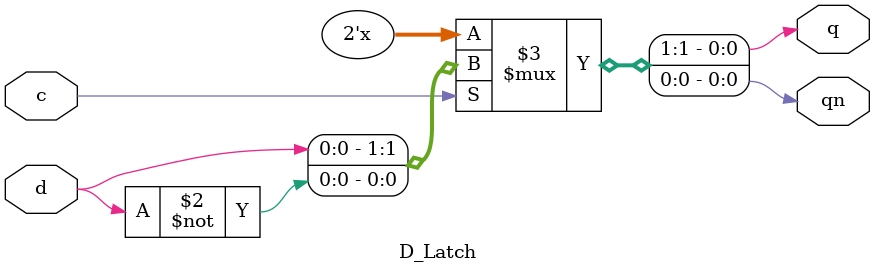
<source format=v>
`timescale 1ns / 1ps

module D_Latch(d,c,q,qn);
    input d,c;
    output reg q,qn;
    always @ (d,c)
    if (c) {q,qn}<={d,~d};
    
endmodule

</source>
